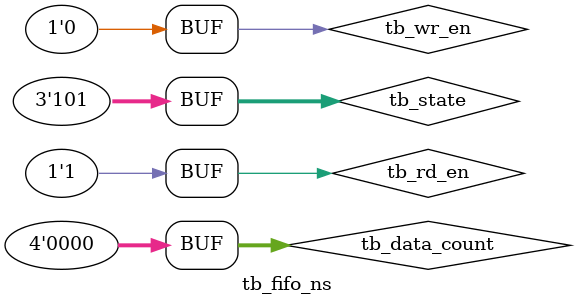
<source format=v>
`timescale 1ns/100ps

module tb_fifo_ns;			//testbench of fifo_ns
	reg tb_wr_en, tb_rd_en;
	reg [2:0]tb_state;
	reg [3:0]tb_data_count;
	wire [2:0]tb_next_state;
	
	
	//state
	parameter INIT = 3'b000;
	parameter NO_OP = 3'b001;
	parameter WRITE = 3'b010;
	parameter WR_ERROR = 3'b011;
	parameter READ = 3'b100;
	parameter RD_ERROR = 3'b101;
	
	fifo_ns U0_fifo_ns(tb_next_state, tb_wr_en, tb_rd_en, tb_data_count, tb_state);
	
	initial begin
		//When state = INIT
		tb_state = INIT; tb_wr_en = 0; tb_rd_en = 0; tb_data_count = 4'b0000; #10;
		tb_state = INIT; tb_wr_en = 1; tb_rd_en = 0; tb_data_count = 4'b0000; #10;
		tb_state = INIT; tb_wr_en = 0; tb_rd_en = 1; tb_data_count = 4'b0000; #10;
		
		//When state = NO_OP
		tb_state = NO_OP; tb_wr_en = 0; tb_rd_en = 0; tb_data_count = 4'b0000; #10;
		tb_state = NO_OP; tb_wr_en = 1; tb_rd_en = 0; tb_data_count = 4'b0000; #10;
		tb_state = NO_OP; tb_wr_en = 0; tb_rd_en = 1; tb_data_count = 4'b0000; #10;
		tb_state = NO_OP; tb_wr_en = 1; tb_rd_en = 0; tb_data_count = 4'b1000; #10;
		tb_state = NO_OP; tb_wr_en = 0; tb_rd_en = 1; tb_data_count = 4'b1000; #10;
		
		//When state = WRITE
		tb_state = WRITE; tb_wr_en = 0; tb_rd_en = 0; tb_data_count = 4'b0000; #10;
		tb_state = WRITE; tb_wr_en = 1; tb_rd_en = 0; tb_data_count = 4'b0000; #10;
		tb_state = WRITE; tb_wr_en = 0; tb_rd_en = 1; tb_data_count = 4'b0000; #10;
		tb_state = WRITE; tb_wr_en = 1; tb_rd_en = 0; tb_data_count = 4'b1000; #10;
		tb_state = WRITE; tb_wr_en = 0; tb_rd_en = 1; tb_data_count = 4'b1000; #10;
		
		//When state = WR_ERROR
		tb_state = WR_ERROR; tb_wr_en = 0; tb_rd_en = 0; tb_data_count = 4'b1000; #10;
		tb_state = WR_ERROR; tb_wr_en = 1; tb_rd_en = 0; tb_data_count = 4'b1000; #10;
		tb_state = WR_ERROR; tb_wr_en = 0; tb_rd_en = 1; tb_data_count = 4'b1000; #10;
		
		//When state = READ
		tb_state = READ; tb_wr_en = 0; tb_rd_en = 0; tb_data_count = 4'b0000; #10;
		tb_state = READ; tb_wr_en = 1; tb_rd_en = 0; tb_data_count = 4'b0000; #10;
		tb_state = READ; tb_wr_en = 0; tb_rd_en = 1; tb_data_count = 4'b0000; #10;
		tb_state = READ; tb_wr_en = 1; tb_rd_en = 0; tb_data_count = 4'b1000; #10;
		tb_state = READ; tb_wr_en = 0; tb_rd_en = 1; tb_data_count = 4'b1000; #10;
		
		//When state = RD ERROR
		tb_state = RD_ERROR; tb_wr_en = 0; tb_rd_en = 0; tb_data_count = 4'b0000; #10;
		tb_state = RD_ERROR; tb_wr_en = 1; tb_rd_en = 0; tb_data_count = 4'b0000; #10;
		tb_state = RD_ERROR; tb_wr_en = 0; tb_rd_en = 1; tb_data_count = 4'b0000; #10;
		
	end
endmodule

</source>
